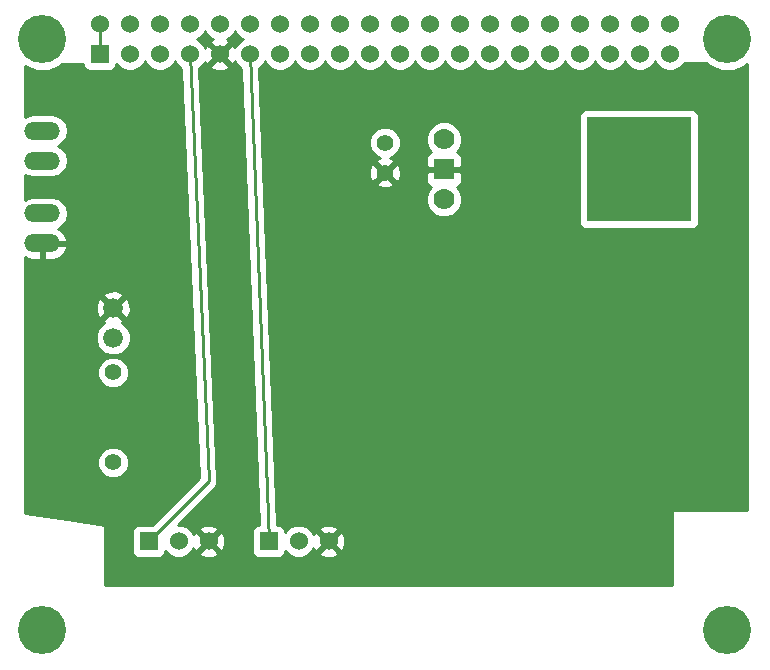
<source format=gtl>
G04 (created by PCBNEW (2013-07-07 BZR 4022)-stable) date 1/3/2015 11:45:17 PM*
%MOIN*%
G04 Gerber Fmt 3.4, Leading zero omitted, Abs format*
%FSLAX34Y34*%
G01*
G70*
G90*
G04 APERTURE LIST*
%ADD10C,0.00590551*%
%ADD11C,0.055*%
%ADD12R,0.06X0.06*%
%ADD13C,0.06*%
%ADD14R,0.35X0.35*%
%ADD15C,0.07*%
%ADD16R,0.07X0.07*%
%ADD17C,0.066*%
%ADD18C,0.16*%
%ADD19O,0.1187X0.0593*%
%ADD20C,0.01*%
G04 APERTURE END LIST*
G54D10*
G54D11*
X53149Y-42051D03*
X53149Y-39051D03*
G54D12*
X52704Y-28452D03*
G54D13*
X52704Y-27452D03*
X57704Y-28452D03*
X53704Y-27452D03*
X58704Y-28452D03*
X54704Y-27452D03*
X59704Y-28452D03*
X55704Y-27452D03*
X60704Y-28452D03*
X56704Y-27452D03*
X61704Y-28452D03*
X57704Y-27452D03*
X62704Y-28452D03*
X58704Y-27452D03*
X63704Y-28452D03*
X59704Y-27452D03*
X64704Y-28452D03*
X60704Y-27452D03*
X65704Y-28452D03*
X61704Y-27452D03*
X66704Y-28452D03*
X62704Y-27452D03*
X67704Y-28452D03*
X63704Y-27452D03*
X64704Y-27452D03*
X68704Y-28452D03*
X65704Y-27452D03*
X67704Y-27452D03*
X68704Y-27452D03*
X69704Y-27452D03*
X70704Y-27452D03*
X69704Y-28452D03*
X70704Y-28452D03*
X53704Y-28452D03*
X54704Y-28452D03*
X55704Y-28452D03*
X56704Y-28452D03*
X71704Y-28452D03*
X71704Y-27452D03*
X66704Y-27452D03*
G54D14*
X70673Y-32283D03*
G54D15*
X64173Y-31283D03*
G54D16*
X64173Y-32283D03*
G54D15*
X64173Y-33283D03*
G54D17*
X53149Y-37901D03*
X53149Y-36901D03*
G54D11*
X62204Y-31389D03*
X62204Y-32389D03*
G54D12*
X54326Y-44681D03*
G54D13*
X55326Y-44681D03*
X56326Y-44681D03*
G54D12*
X58326Y-44681D03*
G54D13*
X59326Y-44681D03*
X60326Y-44681D03*
G54D18*
X50787Y-27952D03*
X50787Y-47637D03*
X73622Y-47637D03*
G54D19*
X50787Y-34751D03*
X50787Y-33751D03*
G54D18*
X73622Y-27952D03*
G54D19*
X50787Y-31996D03*
X50787Y-30996D03*
G54D20*
X55704Y-28452D02*
X56326Y-42681D01*
X56326Y-42681D02*
X54326Y-44681D01*
X52704Y-28452D02*
X52704Y-27452D01*
X57704Y-28452D02*
X58326Y-44681D01*
G54D10*
G36*
X74276Y-43631D02*
X72673Y-43631D01*
X72673Y-33983D01*
X72673Y-30483D01*
X72635Y-30392D01*
X72565Y-30321D01*
X72473Y-30283D01*
X72373Y-30283D01*
X68873Y-30283D01*
X68781Y-30321D01*
X68711Y-30391D01*
X68673Y-30483D01*
X68673Y-30582D01*
X68673Y-34082D01*
X68711Y-34174D01*
X68781Y-34245D01*
X68873Y-34283D01*
X68972Y-34283D01*
X72472Y-34283D01*
X72564Y-34245D01*
X72635Y-34175D01*
X72673Y-34083D01*
X72673Y-33983D01*
X72673Y-43631D01*
X71776Y-43631D01*
X71776Y-46131D01*
X64773Y-46131D01*
X64773Y-33164D01*
X64773Y-31164D01*
X64682Y-30944D01*
X64513Y-30775D01*
X64293Y-30683D01*
X64054Y-30683D01*
X63833Y-30774D01*
X63664Y-30943D01*
X63573Y-31163D01*
X63573Y-31402D01*
X63664Y-31622D01*
X63739Y-31697D01*
X63681Y-31721D01*
X63611Y-31791D01*
X63573Y-31883D01*
X63573Y-31982D01*
X63573Y-32170D01*
X63635Y-32233D01*
X64123Y-32233D01*
X64123Y-32225D01*
X64223Y-32225D01*
X64223Y-32233D01*
X64710Y-32233D01*
X64773Y-32170D01*
X64773Y-31982D01*
X64773Y-31883D01*
X64735Y-31791D01*
X64664Y-31721D01*
X64607Y-31697D01*
X64681Y-31623D01*
X64773Y-31403D01*
X64773Y-31164D01*
X64773Y-33164D01*
X64682Y-32944D01*
X64607Y-32869D01*
X64664Y-32845D01*
X64735Y-32775D01*
X64773Y-32683D01*
X64773Y-32583D01*
X64773Y-32395D01*
X64710Y-32333D01*
X64223Y-32333D01*
X64223Y-32341D01*
X64123Y-32341D01*
X64123Y-32333D01*
X63635Y-32333D01*
X63573Y-32395D01*
X63573Y-32583D01*
X63573Y-32683D01*
X63611Y-32775D01*
X63681Y-32845D01*
X63738Y-32869D01*
X63664Y-32943D01*
X63573Y-33163D01*
X63573Y-33402D01*
X63664Y-33622D01*
X63832Y-33791D01*
X64053Y-33883D01*
X64292Y-33883D01*
X64512Y-33792D01*
X64681Y-33623D01*
X64773Y-33403D01*
X64773Y-33164D01*
X64773Y-46131D01*
X62734Y-46131D01*
X62734Y-32465D01*
X62729Y-32377D01*
X62729Y-31285D01*
X62650Y-31092D01*
X62502Y-30944D01*
X62309Y-30864D01*
X62100Y-30864D01*
X61907Y-30944D01*
X61759Y-31091D01*
X61679Y-31284D01*
X61679Y-31493D01*
X61759Y-31686D01*
X61906Y-31834D01*
X62033Y-31887D01*
X61931Y-31929D01*
X61907Y-32021D01*
X62204Y-32319D01*
X62501Y-32021D01*
X62477Y-31929D01*
X62367Y-31890D01*
X62501Y-31835D01*
X62649Y-31687D01*
X62729Y-31494D01*
X62729Y-31285D01*
X62729Y-32377D01*
X62723Y-32257D01*
X62665Y-32116D01*
X62572Y-32092D01*
X62275Y-32389D01*
X62572Y-32686D01*
X62665Y-32662D01*
X62734Y-32465D01*
X62734Y-46131D01*
X62501Y-46131D01*
X62501Y-32757D01*
X62204Y-32460D01*
X62134Y-32531D01*
X62134Y-32389D01*
X61836Y-32092D01*
X61744Y-32116D01*
X61674Y-32313D01*
X61686Y-32522D01*
X61744Y-32662D01*
X61836Y-32686D01*
X62134Y-32389D01*
X62134Y-32531D01*
X61907Y-32757D01*
X61931Y-32850D01*
X62128Y-32919D01*
X62337Y-32908D01*
X62477Y-32850D01*
X62501Y-32757D01*
X62501Y-46131D01*
X60881Y-46131D01*
X60881Y-44762D01*
X60870Y-44544D01*
X60808Y-44393D01*
X60712Y-44365D01*
X60641Y-44436D01*
X60641Y-44295D01*
X60614Y-44199D01*
X60408Y-44126D01*
X60190Y-44137D01*
X60038Y-44199D01*
X60011Y-44295D01*
X60326Y-44610D01*
X60641Y-44295D01*
X60641Y-44436D01*
X60397Y-44681D01*
X60712Y-44996D01*
X60808Y-44968D01*
X60881Y-44762D01*
X60881Y-46131D01*
X60641Y-46131D01*
X60641Y-45067D01*
X60326Y-44751D01*
X60011Y-45067D01*
X60038Y-45162D01*
X60245Y-45235D01*
X60463Y-45224D01*
X60614Y-45162D01*
X60641Y-45067D01*
X60641Y-46131D01*
X57019Y-46131D01*
X57019Y-28838D01*
X56704Y-28523D01*
X56389Y-28838D01*
X56416Y-28934D01*
X56622Y-29007D01*
X56841Y-28996D01*
X56992Y-28934D01*
X57019Y-28838D01*
X57019Y-46131D01*
X56881Y-46131D01*
X56881Y-44762D01*
X56870Y-44544D01*
X56808Y-44393D01*
X56712Y-44365D01*
X56641Y-44436D01*
X56641Y-44295D01*
X56614Y-44199D01*
X56408Y-44126D01*
X56190Y-44137D01*
X56038Y-44199D01*
X56011Y-44295D01*
X56326Y-44610D01*
X56641Y-44295D01*
X56641Y-44436D01*
X56397Y-44681D01*
X56712Y-44996D01*
X56808Y-44968D01*
X56881Y-44762D01*
X56881Y-46131D01*
X56641Y-46131D01*
X56641Y-45067D01*
X56326Y-44751D01*
X56011Y-45067D01*
X56038Y-45162D01*
X56245Y-45235D01*
X56463Y-45224D01*
X56614Y-45162D01*
X56641Y-45067D01*
X56641Y-46131D01*
X53734Y-46131D01*
X53734Y-36990D01*
X53723Y-36760D01*
X53655Y-36595D01*
X53557Y-36564D01*
X53486Y-36635D01*
X53486Y-36493D01*
X53455Y-36395D01*
X53238Y-36316D01*
X53008Y-36327D01*
X52843Y-36395D01*
X52812Y-36493D01*
X53149Y-36830D01*
X53486Y-36493D01*
X53486Y-36635D01*
X53220Y-36901D01*
X53557Y-37238D01*
X53655Y-37207D01*
X53734Y-36990D01*
X53734Y-46131D01*
X53729Y-46131D01*
X53729Y-37786D01*
X53641Y-37573D01*
X53478Y-37410D01*
X53457Y-37401D01*
X53486Y-37309D01*
X53149Y-36972D01*
X53078Y-37042D01*
X53078Y-36901D01*
X52741Y-36564D01*
X52643Y-36595D01*
X52564Y-36812D01*
X52575Y-37043D01*
X52643Y-37207D01*
X52741Y-37238D01*
X53078Y-36901D01*
X53078Y-37042D01*
X52812Y-37309D01*
X52841Y-37401D01*
X52821Y-37409D01*
X52658Y-37572D01*
X52569Y-37785D01*
X52569Y-38016D01*
X52657Y-38229D01*
X52820Y-38392D01*
X53033Y-38481D01*
X53264Y-38481D01*
X53477Y-38393D01*
X53641Y-38230D01*
X53729Y-38017D01*
X53729Y-37786D01*
X53729Y-46131D01*
X53674Y-46131D01*
X53674Y-41947D01*
X53674Y-38947D01*
X53594Y-38754D01*
X53447Y-38606D01*
X53254Y-38526D01*
X53045Y-38526D01*
X52852Y-38605D01*
X52704Y-38753D01*
X52624Y-38946D01*
X52624Y-39155D01*
X52704Y-39348D01*
X52851Y-39495D01*
X53044Y-39576D01*
X53253Y-39576D01*
X53446Y-39496D01*
X53594Y-39348D01*
X53674Y-39156D01*
X53674Y-38947D01*
X53674Y-41947D01*
X53594Y-41754D01*
X53447Y-41606D01*
X53254Y-41526D01*
X53045Y-41526D01*
X52852Y-41605D01*
X52704Y-41753D01*
X52624Y-41946D01*
X52624Y-42155D01*
X52704Y-42348D01*
X52851Y-42495D01*
X53044Y-42576D01*
X53253Y-42576D01*
X53446Y-42496D01*
X53594Y-42348D01*
X53674Y-42156D01*
X53674Y-41947D01*
X53674Y-46131D01*
X52876Y-46131D01*
X52876Y-44137D01*
X51614Y-43952D01*
X51614Y-34886D01*
X51565Y-34801D01*
X50837Y-34801D01*
X50837Y-35298D01*
X51134Y-35298D01*
X51339Y-35237D01*
X51506Y-35103D01*
X51608Y-34914D01*
X51614Y-34886D01*
X51614Y-43952D01*
X50195Y-43744D01*
X50195Y-35205D01*
X50235Y-35237D01*
X50440Y-35298D01*
X50737Y-35298D01*
X50737Y-34801D01*
X50729Y-34801D01*
X50729Y-34701D01*
X50737Y-34701D01*
X50737Y-34694D01*
X50837Y-34694D01*
X50837Y-34701D01*
X51565Y-34701D01*
X51614Y-34617D01*
X51608Y-34589D01*
X51506Y-34400D01*
X51339Y-34266D01*
X51308Y-34257D01*
X51310Y-34256D01*
X51487Y-34138D01*
X51605Y-33961D01*
X51647Y-33751D01*
X51605Y-33542D01*
X51487Y-33365D01*
X51310Y-33247D01*
X51100Y-33205D01*
X50473Y-33205D01*
X50264Y-33247D01*
X50195Y-33293D01*
X50195Y-32454D01*
X50264Y-32500D01*
X50473Y-32542D01*
X51100Y-32542D01*
X51310Y-32500D01*
X51487Y-32382D01*
X51605Y-32205D01*
X51647Y-31996D01*
X51605Y-31786D01*
X51487Y-31609D01*
X51317Y-31496D01*
X51487Y-31382D01*
X51605Y-31205D01*
X51647Y-30996D01*
X51605Y-30786D01*
X51487Y-30609D01*
X51310Y-30491D01*
X51100Y-30449D01*
X50473Y-30449D01*
X50264Y-30491D01*
X50195Y-30537D01*
X50195Y-28843D01*
X50577Y-29002D01*
X50995Y-29002D01*
X51381Y-28843D01*
X51438Y-28786D01*
X52154Y-28757D01*
X52154Y-28802D01*
X52192Y-28894D01*
X52262Y-28964D01*
X52354Y-29002D01*
X52454Y-29002D01*
X53054Y-29002D01*
X53146Y-28964D01*
X53216Y-28894D01*
X53254Y-28802D01*
X53254Y-28780D01*
X53392Y-28918D01*
X53594Y-29002D01*
X53813Y-29002D01*
X54015Y-28919D01*
X54170Y-28764D01*
X54204Y-28682D01*
X54238Y-28763D01*
X54392Y-28918D01*
X54594Y-29002D01*
X54813Y-29002D01*
X55015Y-28919D01*
X55170Y-28764D01*
X55204Y-28682D01*
X55238Y-28763D01*
X55392Y-28918D01*
X55425Y-28932D01*
X56020Y-42563D01*
X54452Y-44131D01*
X53977Y-44131D01*
X53885Y-44169D01*
X53814Y-44239D01*
X53776Y-44331D01*
X53776Y-44430D01*
X53776Y-45030D01*
X53814Y-45122D01*
X53884Y-45192D01*
X53976Y-45231D01*
X54076Y-45231D01*
X54676Y-45231D01*
X54768Y-45193D01*
X54838Y-45122D01*
X54876Y-45031D01*
X54876Y-45008D01*
X55014Y-45147D01*
X55216Y-45231D01*
X55435Y-45231D01*
X55637Y-45147D01*
X55792Y-44993D01*
X55824Y-44917D01*
X55845Y-44968D01*
X55940Y-44996D01*
X56256Y-44681D01*
X55940Y-44365D01*
X55845Y-44393D01*
X55825Y-44448D01*
X55793Y-44369D01*
X55638Y-44215D01*
X55436Y-44131D01*
X55301Y-44131D01*
X56538Y-42893D01*
X56543Y-42886D01*
X56547Y-42883D01*
X56566Y-42852D01*
X56603Y-42795D01*
X56605Y-42787D01*
X56607Y-42783D01*
X56612Y-42750D01*
X56626Y-42681D01*
X56625Y-42672D01*
X56625Y-42668D01*
X56024Y-28910D01*
X56170Y-28764D01*
X56202Y-28689D01*
X56223Y-28740D01*
X56318Y-28767D01*
X56634Y-28452D01*
X56318Y-28137D01*
X56223Y-28164D01*
X56203Y-28220D01*
X56171Y-28141D01*
X56016Y-27986D01*
X55934Y-27952D01*
X56015Y-27919D01*
X56170Y-27764D01*
X56204Y-27682D01*
X56238Y-27763D01*
X56392Y-27918D01*
X56468Y-27950D01*
X56416Y-27971D01*
X56389Y-28066D01*
X56704Y-28382D01*
X57019Y-28066D01*
X56992Y-27971D01*
X56937Y-27951D01*
X57015Y-27919D01*
X57170Y-27764D01*
X57204Y-27682D01*
X57238Y-27763D01*
X57392Y-27918D01*
X57474Y-27952D01*
X57393Y-27986D01*
X57238Y-28140D01*
X57207Y-28216D01*
X57185Y-28164D01*
X57090Y-28137D01*
X56775Y-28452D01*
X57090Y-28767D01*
X57185Y-28740D01*
X57205Y-28685D01*
X57238Y-28763D01*
X57392Y-28918D01*
X57422Y-28931D01*
X58006Y-44131D01*
X57977Y-44131D01*
X57885Y-44169D01*
X57814Y-44239D01*
X57776Y-44331D01*
X57776Y-44430D01*
X57776Y-45030D01*
X57814Y-45122D01*
X57884Y-45192D01*
X57976Y-45231D01*
X58076Y-45231D01*
X58676Y-45231D01*
X58768Y-45193D01*
X58838Y-45122D01*
X58876Y-45031D01*
X58876Y-45008D01*
X59014Y-45147D01*
X59216Y-45231D01*
X59435Y-45231D01*
X59637Y-45147D01*
X59792Y-44993D01*
X59824Y-44917D01*
X59845Y-44968D01*
X59940Y-44996D01*
X60256Y-44681D01*
X59940Y-44365D01*
X59845Y-44393D01*
X59825Y-44448D01*
X59793Y-44369D01*
X59638Y-44215D01*
X59436Y-44131D01*
X59217Y-44131D01*
X59015Y-44214D01*
X58876Y-44353D01*
X58876Y-44331D01*
X58838Y-44239D01*
X58768Y-44169D01*
X58676Y-44131D01*
X58607Y-44131D01*
X58022Y-28912D01*
X58170Y-28764D01*
X58204Y-28682D01*
X58238Y-28763D01*
X58392Y-28918D01*
X58594Y-29002D01*
X58813Y-29002D01*
X59015Y-28919D01*
X59170Y-28764D01*
X59204Y-28682D01*
X59238Y-28763D01*
X59392Y-28918D01*
X59594Y-29002D01*
X59813Y-29002D01*
X60015Y-28919D01*
X60170Y-28764D01*
X60204Y-28682D01*
X60238Y-28763D01*
X60392Y-28918D01*
X60594Y-29002D01*
X60813Y-29002D01*
X61015Y-28919D01*
X61170Y-28764D01*
X61204Y-28682D01*
X61238Y-28763D01*
X61392Y-28918D01*
X61594Y-29002D01*
X61813Y-29002D01*
X62015Y-28919D01*
X62170Y-28764D01*
X62204Y-28682D01*
X62238Y-28763D01*
X62392Y-28918D01*
X62594Y-29002D01*
X62813Y-29002D01*
X63015Y-28919D01*
X63170Y-28764D01*
X63204Y-28682D01*
X63238Y-28763D01*
X63392Y-28918D01*
X63594Y-29002D01*
X63813Y-29002D01*
X64015Y-28919D01*
X64170Y-28764D01*
X64204Y-28682D01*
X64238Y-28763D01*
X64392Y-28918D01*
X64594Y-29002D01*
X64813Y-29002D01*
X65015Y-28919D01*
X65170Y-28764D01*
X65204Y-28682D01*
X65238Y-28763D01*
X65392Y-28918D01*
X65594Y-29002D01*
X65813Y-29002D01*
X66015Y-28919D01*
X66170Y-28764D01*
X66204Y-28682D01*
X66238Y-28763D01*
X66392Y-28918D01*
X66594Y-29002D01*
X66813Y-29002D01*
X67015Y-28919D01*
X67170Y-28764D01*
X67204Y-28682D01*
X67238Y-28763D01*
X67392Y-28918D01*
X67594Y-29002D01*
X67813Y-29002D01*
X68015Y-28919D01*
X68170Y-28764D01*
X68204Y-28682D01*
X68238Y-28763D01*
X68392Y-28918D01*
X68594Y-29002D01*
X68813Y-29002D01*
X69015Y-28919D01*
X69170Y-28764D01*
X69204Y-28682D01*
X69238Y-28763D01*
X69392Y-28918D01*
X69594Y-29002D01*
X69813Y-29002D01*
X70015Y-28919D01*
X70170Y-28764D01*
X70204Y-28682D01*
X70238Y-28763D01*
X70392Y-28918D01*
X70594Y-29002D01*
X70813Y-29002D01*
X71015Y-28919D01*
X71170Y-28764D01*
X71204Y-28682D01*
X71238Y-28763D01*
X71392Y-28918D01*
X71594Y-29002D01*
X71813Y-29002D01*
X72015Y-28919D01*
X72170Y-28764D01*
X72184Y-28731D01*
X72915Y-28731D01*
X73026Y-28842D01*
X73412Y-29002D01*
X73829Y-29002D01*
X74216Y-28843D01*
X74276Y-28782D01*
X74276Y-43631D01*
X74276Y-43631D01*
G37*
G54D20*
X74276Y-43631D02*
X72673Y-43631D01*
X72673Y-33983D01*
X72673Y-30483D01*
X72635Y-30392D01*
X72565Y-30321D01*
X72473Y-30283D01*
X72373Y-30283D01*
X68873Y-30283D01*
X68781Y-30321D01*
X68711Y-30391D01*
X68673Y-30483D01*
X68673Y-30582D01*
X68673Y-34082D01*
X68711Y-34174D01*
X68781Y-34245D01*
X68873Y-34283D01*
X68972Y-34283D01*
X72472Y-34283D01*
X72564Y-34245D01*
X72635Y-34175D01*
X72673Y-34083D01*
X72673Y-33983D01*
X72673Y-43631D01*
X71776Y-43631D01*
X71776Y-46131D01*
X64773Y-46131D01*
X64773Y-33164D01*
X64773Y-31164D01*
X64682Y-30944D01*
X64513Y-30775D01*
X64293Y-30683D01*
X64054Y-30683D01*
X63833Y-30774D01*
X63664Y-30943D01*
X63573Y-31163D01*
X63573Y-31402D01*
X63664Y-31622D01*
X63739Y-31697D01*
X63681Y-31721D01*
X63611Y-31791D01*
X63573Y-31883D01*
X63573Y-31982D01*
X63573Y-32170D01*
X63635Y-32233D01*
X64123Y-32233D01*
X64123Y-32225D01*
X64223Y-32225D01*
X64223Y-32233D01*
X64710Y-32233D01*
X64773Y-32170D01*
X64773Y-31982D01*
X64773Y-31883D01*
X64735Y-31791D01*
X64664Y-31721D01*
X64607Y-31697D01*
X64681Y-31623D01*
X64773Y-31403D01*
X64773Y-31164D01*
X64773Y-33164D01*
X64682Y-32944D01*
X64607Y-32869D01*
X64664Y-32845D01*
X64735Y-32775D01*
X64773Y-32683D01*
X64773Y-32583D01*
X64773Y-32395D01*
X64710Y-32333D01*
X64223Y-32333D01*
X64223Y-32341D01*
X64123Y-32341D01*
X64123Y-32333D01*
X63635Y-32333D01*
X63573Y-32395D01*
X63573Y-32583D01*
X63573Y-32683D01*
X63611Y-32775D01*
X63681Y-32845D01*
X63738Y-32869D01*
X63664Y-32943D01*
X63573Y-33163D01*
X63573Y-33402D01*
X63664Y-33622D01*
X63832Y-33791D01*
X64053Y-33883D01*
X64292Y-33883D01*
X64512Y-33792D01*
X64681Y-33623D01*
X64773Y-33403D01*
X64773Y-33164D01*
X64773Y-46131D01*
X62734Y-46131D01*
X62734Y-32465D01*
X62729Y-32377D01*
X62729Y-31285D01*
X62650Y-31092D01*
X62502Y-30944D01*
X62309Y-30864D01*
X62100Y-30864D01*
X61907Y-30944D01*
X61759Y-31091D01*
X61679Y-31284D01*
X61679Y-31493D01*
X61759Y-31686D01*
X61906Y-31834D01*
X62033Y-31887D01*
X61931Y-31929D01*
X61907Y-32021D01*
X62204Y-32319D01*
X62501Y-32021D01*
X62477Y-31929D01*
X62367Y-31890D01*
X62501Y-31835D01*
X62649Y-31687D01*
X62729Y-31494D01*
X62729Y-31285D01*
X62729Y-32377D01*
X62723Y-32257D01*
X62665Y-32116D01*
X62572Y-32092D01*
X62275Y-32389D01*
X62572Y-32686D01*
X62665Y-32662D01*
X62734Y-32465D01*
X62734Y-46131D01*
X62501Y-46131D01*
X62501Y-32757D01*
X62204Y-32460D01*
X62134Y-32531D01*
X62134Y-32389D01*
X61836Y-32092D01*
X61744Y-32116D01*
X61674Y-32313D01*
X61686Y-32522D01*
X61744Y-32662D01*
X61836Y-32686D01*
X62134Y-32389D01*
X62134Y-32531D01*
X61907Y-32757D01*
X61931Y-32850D01*
X62128Y-32919D01*
X62337Y-32908D01*
X62477Y-32850D01*
X62501Y-32757D01*
X62501Y-46131D01*
X60881Y-46131D01*
X60881Y-44762D01*
X60870Y-44544D01*
X60808Y-44393D01*
X60712Y-44365D01*
X60641Y-44436D01*
X60641Y-44295D01*
X60614Y-44199D01*
X60408Y-44126D01*
X60190Y-44137D01*
X60038Y-44199D01*
X60011Y-44295D01*
X60326Y-44610D01*
X60641Y-44295D01*
X60641Y-44436D01*
X60397Y-44681D01*
X60712Y-44996D01*
X60808Y-44968D01*
X60881Y-44762D01*
X60881Y-46131D01*
X60641Y-46131D01*
X60641Y-45067D01*
X60326Y-44751D01*
X60011Y-45067D01*
X60038Y-45162D01*
X60245Y-45235D01*
X60463Y-45224D01*
X60614Y-45162D01*
X60641Y-45067D01*
X60641Y-46131D01*
X57019Y-46131D01*
X57019Y-28838D01*
X56704Y-28523D01*
X56389Y-28838D01*
X56416Y-28934D01*
X56622Y-29007D01*
X56841Y-28996D01*
X56992Y-28934D01*
X57019Y-28838D01*
X57019Y-46131D01*
X56881Y-46131D01*
X56881Y-44762D01*
X56870Y-44544D01*
X56808Y-44393D01*
X56712Y-44365D01*
X56641Y-44436D01*
X56641Y-44295D01*
X56614Y-44199D01*
X56408Y-44126D01*
X56190Y-44137D01*
X56038Y-44199D01*
X56011Y-44295D01*
X56326Y-44610D01*
X56641Y-44295D01*
X56641Y-44436D01*
X56397Y-44681D01*
X56712Y-44996D01*
X56808Y-44968D01*
X56881Y-44762D01*
X56881Y-46131D01*
X56641Y-46131D01*
X56641Y-45067D01*
X56326Y-44751D01*
X56011Y-45067D01*
X56038Y-45162D01*
X56245Y-45235D01*
X56463Y-45224D01*
X56614Y-45162D01*
X56641Y-45067D01*
X56641Y-46131D01*
X53734Y-46131D01*
X53734Y-36990D01*
X53723Y-36760D01*
X53655Y-36595D01*
X53557Y-36564D01*
X53486Y-36635D01*
X53486Y-36493D01*
X53455Y-36395D01*
X53238Y-36316D01*
X53008Y-36327D01*
X52843Y-36395D01*
X52812Y-36493D01*
X53149Y-36830D01*
X53486Y-36493D01*
X53486Y-36635D01*
X53220Y-36901D01*
X53557Y-37238D01*
X53655Y-37207D01*
X53734Y-36990D01*
X53734Y-46131D01*
X53729Y-46131D01*
X53729Y-37786D01*
X53641Y-37573D01*
X53478Y-37410D01*
X53457Y-37401D01*
X53486Y-37309D01*
X53149Y-36972D01*
X53078Y-37042D01*
X53078Y-36901D01*
X52741Y-36564D01*
X52643Y-36595D01*
X52564Y-36812D01*
X52575Y-37043D01*
X52643Y-37207D01*
X52741Y-37238D01*
X53078Y-36901D01*
X53078Y-37042D01*
X52812Y-37309D01*
X52841Y-37401D01*
X52821Y-37409D01*
X52658Y-37572D01*
X52569Y-37785D01*
X52569Y-38016D01*
X52657Y-38229D01*
X52820Y-38392D01*
X53033Y-38481D01*
X53264Y-38481D01*
X53477Y-38393D01*
X53641Y-38230D01*
X53729Y-38017D01*
X53729Y-37786D01*
X53729Y-46131D01*
X53674Y-46131D01*
X53674Y-41947D01*
X53674Y-38947D01*
X53594Y-38754D01*
X53447Y-38606D01*
X53254Y-38526D01*
X53045Y-38526D01*
X52852Y-38605D01*
X52704Y-38753D01*
X52624Y-38946D01*
X52624Y-39155D01*
X52704Y-39348D01*
X52851Y-39495D01*
X53044Y-39576D01*
X53253Y-39576D01*
X53446Y-39496D01*
X53594Y-39348D01*
X53674Y-39156D01*
X53674Y-38947D01*
X53674Y-41947D01*
X53594Y-41754D01*
X53447Y-41606D01*
X53254Y-41526D01*
X53045Y-41526D01*
X52852Y-41605D01*
X52704Y-41753D01*
X52624Y-41946D01*
X52624Y-42155D01*
X52704Y-42348D01*
X52851Y-42495D01*
X53044Y-42576D01*
X53253Y-42576D01*
X53446Y-42496D01*
X53594Y-42348D01*
X53674Y-42156D01*
X53674Y-41947D01*
X53674Y-46131D01*
X52876Y-46131D01*
X52876Y-44137D01*
X51614Y-43952D01*
X51614Y-34886D01*
X51565Y-34801D01*
X50837Y-34801D01*
X50837Y-35298D01*
X51134Y-35298D01*
X51339Y-35237D01*
X51506Y-35103D01*
X51608Y-34914D01*
X51614Y-34886D01*
X51614Y-43952D01*
X50195Y-43744D01*
X50195Y-35205D01*
X50235Y-35237D01*
X50440Y-35298D01*
X50737Y-35298D01*
X50737Y-34801D01*
X50729Y-34801D01*
X50729Y-34701D01*
X50737Y-34701D01*
X50737Y-34694D01*
X50837Y-34694D01*
X50837Y-34701D01*
X51565Y-34701D01*
X51614Y-34617D01*
X51608Y-34589D01*
X51506Y-34400D01*
X51339Y-34266D01*
X51308Y-34257D01*
X51310Y-34256D01*
X51487Y-34138D01*
X51605Y-33961D01*
X51647Y-33751D01*
X51605Y-33542D01*
X51487Y-33365D01*
X51310Y-33247D01*
X51100Y-33205D01*
X50473Y-33205D01*
X50264Y-33247D01*
X50195Y-33293D01*
X50195Y-32454D01*
X50264Y-32500D01*
X50473Y-32542D01*
X51100Y-32542D01*
X51310Y-32500D01*
X51487Y-32382D01*
X51605Y-32205D01*
X51647Y-31996D01*
X51605Y-31786D01*
X51487Y-31609D01*
X51317Y-31496D01*
X51487Y-31382D01*
X51605Y-31205D01*
X51647Y-30996D01*
X51605Y-30786D01*
X51487Y-30609D01*
X51310Y-30491D01*
X51100Y-30449D01*
X50473Y-30449D01*
X50264Y-30491D01*
X50195Y-30537D01*
X50195Y-28843D01*
X50577Y-29002D01*
X50995Y-29002D01*
X51381Y-28843D01*
X51438Y-28786D01*
X52154Y-28757D01*
X52154Y-28802D01*
X52192Y-28894D01*
X52262Y-28964D01*
X52354Y-29002D01*
X52454Y-29002D01*
X53054Y-29002D01*
X53146Y-28964D01*
X53216Y-28894D01*
X53254Y-28802D01*
X53254Y-28780D01*
X53392Y-28918D01*
X53594Y-29002D01*
X53813Y-29002D01*
X54015Y-28919D01*
X54170Y-28764D01*
X54204Y-28682D01*
X54238Y-28763D01*
X54392Y-28918D01*
X54594Y-29002D01*
X54813Y-29002D01*
X55015Y-28919D01*
X55170Y-28764D01*
X55204Y-28682D01*
X55238Y-28763D01*
X55392Y-28918D01*
X55425Y-28932D01*
X56020Y-42563D01*
X54452Y-44131D01*
X53977Y-44131D01*
X53885Y-44169D01*
X53814Y-44239D01*
X53776Y-44331D01*
X53776Y-44430D01*
X53776Y-45030D01*
X53814Y-45122D01*
X53884Y-45192D01*
X53976Y-45231D01*
X54076Y-45231D01*
X54676Y-45231D01*
X54768Y-45193D01*
X54838Y-45122D01*
X54876Y-45031D01*
X54876Y-45008D01*
X55014Y-45147D01*
X55216Y-45231D01*
X55435Y-45231D01*
X55637Y-45147D01*
X55792Y-44993D01*
X55824Y-44917D01*
X55845Y-44968D01*
X55940Y-44996D01*
X56256Y-44681D01*
X55940Y-44365D01*
X55845Y-44393D01*
X55825Y-44448D01*
X55793Y-44369D01*
X55638Y-44215D01*
X55436Y-44131D01*
X55301Y-44131D01*
X56538Y-42893D01*
X56543Y-42886D01*
X56547Y-42883D01*
X56566Y-42852D01*
X56603Y-42795D01*
X56605Y-42787D01*
X56607Y-42783D01*
X56612Y-42750D01*
X56626Y-42681D01*
X56625Y-42672D01*
X56625Y-42668D01*
X56024Y-28910D01*
X56170Y-28764D01*
X56202Y-28689D01*
X56223Y-28740D01*
X56318Y-28767D01*
X56634Y-28452D01*
X56318Y-28137D01*
X56223Y-28164D01*
X56203Y-28220D01*
X56171Y-28141D01*
X56016Y-27986D01*
X55934Y-27952D01*
X56015Y-27919D01*
X56170Y-27764D01*
X56204Y-27682D01*
X56238Y-27763D01*
X56392Y-27918D01*
X56468Y-27950D01*
X56416Y-27971D01*
X56389Y-28066D01*
X56704Y-28382D01*
X57019Y-28066D01*
X56992Y-27971D01*
X56937Y-27951D01*
X57015Y-27919D01*
X57170Y-27764D01*
X57204Y-27682D01*
X57238Y-27763D01*
X57392Y-27918D01*
X57474Y-27952D01*
X57393Y-27986D01*
X57238Y-28140D01*
X57207Y-28216D01*
X57185Y-28164D01*
X57090Y-28137D01*
X56775Y-28452D01*
X57090Y-28767D01*
X57185Y-28740D01*
X57205Y-28685D01*
X57238Y-28763D01*
X57392Y-28918D01*
X57422Y-28931D01*
X58006Y-44131D01*
X57977Y-44131D01*
X57885Y-44169D01*
X57814Y-44239D01*
X57776Y-44331D01*
X57776Y-44430D01*
X57776Y-45030D01*
X57814Y-45122D01*
X57884Y-45192D01*
X57976Y-45231D01*
X58076Y-45231D01*
X58676Y-45231D01*
X58768Y-45193D01*
X58838Y-45122D01*
X58876Y-45031D01*
X58876Y-45008D01*
X59014Y-45147D01*
X59216Y-45231D01*
X59435Y-45231D01*
X59637Y-45147D01*
X59792Y-44993D01*
X59824Y-44917D01*
X59845Y-44968D01*
X59940Y-44996D01*
X60256Y-44681D01*
X59940Y-44365D01*
X59845Y-44393D01*
X59825Y-44448D01*
X59793Y-44369D01*
X59638Y-44215D01*
X59436Y-44131D01*
X59217Y-44131D01*
X59015Y-44214D01*
X58876Y-44353D01*
X58876Y-44331D01*
X58838Y-44239D01*
X58768Y-44169D01*
X58676Y-44131D01*
X58607Y-44131D01*
X58022Y-28912D01*
X58170Y-28764D01*
X58204Y-28682D01*
X58238Y-28763D01*
X58392Y-28918D01*
X58594Y-29002D01*
X58813Y-29002D01*
X59015Y-28919D01*
X59170Y-28764D01*
X59204Y-28682D01*
X59238Y-28763D01*
X59392Y-28918D01*
X59594Y-29002D01*
X59813Y-29002D01*
X60015Y-28919D01*
X60170Y-28764D01*
X60204Y-28682D01*
X60238Y-28763D01*
X60392Y-28918D01*
X60594Y-29002D01*
X60813Y-29002D01*
X61015Y-28919D01*
X61170Y-28764D01*
X61204Y-28682D01*
X61238Y-28763D01*
X61392Y-28918D01*
X61594Y-29002D01*
X61813Y-29002D01*
X62015Y-28919D01*
X62170Y-28764D01*
X62204Y-28682D01*
X62238Y-28763D01*
X62392Y-28918D01*
X62594Y-29002D01*
X62813Y-29002D01*
X63015Y-28919D01*
X63170Y-28764D01*
X63204Y-28682D01*
X63238Y-28763D01*
X63392Y-28918D01*
X63594Y-29002D01*
X63813Y-29002D01*
X64015Y-28919D01*
X64170Y-28764D01*
X64204Y-28682D01*
X64238Y-28763D01*
X64392Y-28918D01*
X64594Y-29002D01*
X64813Y-29002D01*
X65015Y-28919D01*
X65170Y-28764D01*
X65204Y-28682D01*
X65238Y-28763D01*
X65392Y-28918D01*
X65594Y-29002D01*
X65813Y-29002D01*
X66015Y-28919D01*
X66170Y-28764D01*
X66204Y-28682D01*
X66238Y-28763D01*
X66392Y-28918D01*
X66594Y-29002D01*
X66813Y-29002D01*
X67015Y-28919D01*
X67170Y-28764D01*
X67204Y-28682D01*
X67238Y-28763D01*
X67392Y-28918D01*
X67594Y-29002D01*
X67813Y-29002D01*
X68015Y-28919D01*
X68170Y-28764D01*
X68204Y-28682D01*
X68238Y-28763D01*
X68392Y-28918D01*
X68594Y-29002D01*
X68813Y-29002D01*
X69015Y-28919D01*
X69170Y-28764D01*
X69204Y-28682D01*
X69238Y-28763D01*
X69392Y-28918D01*
X69594Y-29002D01*
X69813Y-29002D01*
X70015Y-28919D01*
X70170Y-28764D01*
X70204Y-28682D01*
X70238Y-28763D01*
X70392Y-28918D01*
X70594Y-29002D01*
X70813Y-29002D01*
X71015Y-28919D01*
X71170Y-28764D01*
X71204Y-28682D01*
X71238Y-28763D01*
X71392Y-28918D01*
X71594Y-29002D01*
X71813Y-29002D01*
X72015Y-28919D01*
X72170Y-28764D01*
X72184Y-28731D01*
X72915Y-28731D01*
X73026Y-28842D01*
X73412Y-29002D01*
X73829Y-29002D01*
X74216Y-28843D01*
X74276Y-28782D01*
X74276Y-43631D01*
M02*

</source>
